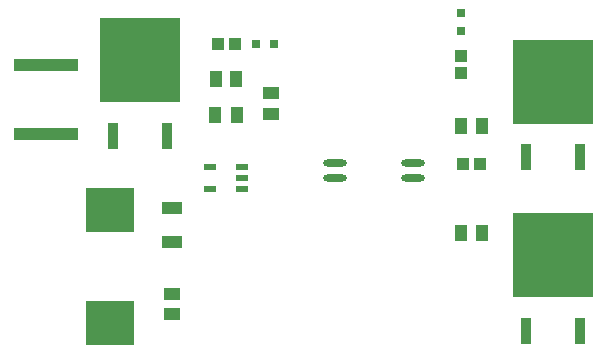
<source format=gtp>
G04*
G04 #@! TF.GenerationSoftware,Altium Limited,Altium Designer,18.1.11 (251)*
G04*
G04 Layer_Color=8421504*
%FSLAX25Y25*%
%MOIN*%
G70*
G01*
G75*
%ADD17R,0.04331X0.05512*%
%ADD18R,0.04134X0.03937*%
%ADD19R,0.03150X0.03150*%
%ADD20R,0.03937X0.04134*%
%ADD21R,0.03150X0.03150*%
%ADD22O,0.07874X0.02362*%
%ADD23R,0.03740X0.08858*%
%ADD24R,0.26772X0.28347*%
%ADD25R,0.03740X0.08661*%
%ADD26R,0.03937X0.02362*%
%ADD27R,0.06693X0.04331*%
%ADD28R,0.05512X0.04331*%
%ADD29R,0.21260X0.04134*%
%ADD30R,0.04134X0.05709*%
%ADD31R,0.15984X0.15000*%
D17*
X160138Y85827D02*
D03*
X153248D02*
D03*
X153248Y50224D02*
D03*
X160138D02*
D03*
X78248Y101575D02*
D03*
X71358D02*
D03*
D18*
X159547Y72973D02*
D03*
X153839D02*
D03*
X72228Y113091D02*
D03*
X77937D02*
D03*
D19*
X153248Y117520D02*
D03*
Y123425D02*
D03*
D20*
Y103445D02*
D03*
Y109153D02*
D03*
D21*
X84842Y113091D02*
D03*
X90748D02*
D03*
D22*
X111024Y73366D02*
D03*
Y68366D02*
D03*
X137008Y73366D02*
D03*
Y68366D02*
D03*
D23*
X174882Y17323D02*
D03*
X192835D02*
D03*
D24*
X183858Y42913D02*
D03*
X183858Y100591D02*
D03*
X46063Y107677D02*
D03*
D25*
X192835Y75394D02*
D03*
X174882D02*
D03*
X55039Y82480D02*
D03*
X37087D02*
D03*
D26*
X80216Y64764D02*
D03*
Y68504D02*
D03*
Y72244D02*
D03*
X69390D02*
D03*
Y64764D02*
D03*
D27*
X56693Y58268D02*
D03*
Y47244D02*
D03*
D28*
Y29823D02*
D03*
Y22933D02*
D03*
X89764Y89862D02*
D03*
Y96752D02*
D03*
D29*
X14961Y82972D02*
D03*
Y106004D02*
D03*
D30*
X71161Y89370D02*
D03*
X78445D02*
D03*
D31*
X36087Y57874D02*
D03*
Y20079D02*
D03*
M02*

</source>
